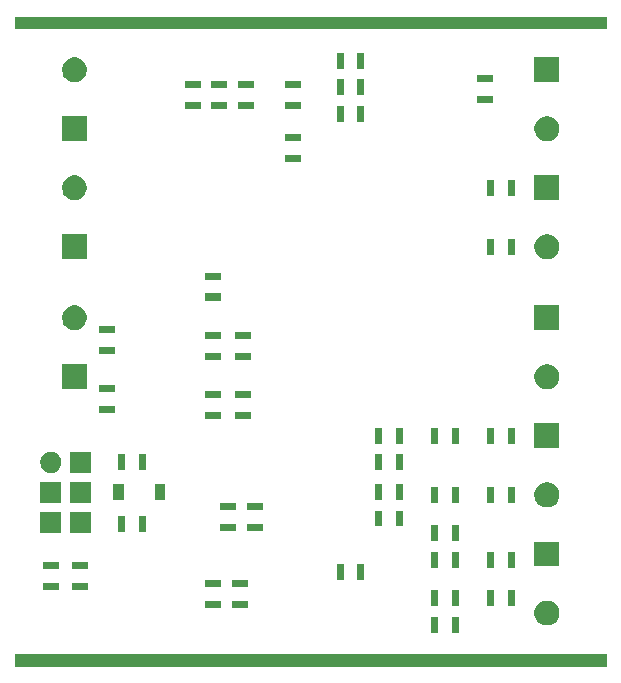
<source format=gbr>
G04 #@! TF.GenerationSoftware,KiCad,Pcbnew,(5.1.2-1)-1*
G04 #@! TF.CreationDate,2019-10-21T00:17:46+03:00*
G04 #@! TF.ProjectId,uaf0,75616630-2e6b-4696-9361-645f70636258,rev?*
G04 #@! TF.SameCoordinates,Original*
G04 #@! TF.FileFunction,Soldermask,Bot*
G04 #@! TF.FilePolarity,Negative*
%FSLAX46Y46*%
G04 Gerber Fmt 4.6, Leading zero omitted, Abs format (unit mm)*
G04 Created by KiCad (PCBNEW (5.1.2-1)-1) date 2019-10-21 00:17:46*
%MOMM*%
%LPD*%
G04 APERTURE LIST*
%ADD10C,0.100000*%
G04 APERTURE END LIST*
D10*
G36*
X95000000Y-42500000D02*
G01*
X45000000Y-42500000D01*
X45000000Y-41500000D01*
X95000000Y-41500000D01*
X95000000Y-42500000D01*
G37*
X95000000Y-42500000D02*
X45000000Y-42500000D01*
X45000000Y-41500000D01*
X95000000Y-41500000D01*
X95000000Y-42500000D01*
G36*
X95000000Y-96500000D02*
G01*
X45000000Y-96500000D01*
X45000000Y-95500000D01*
X95000000Y-95500000D01*
X95000000Y-96500000D01*
G37*
X95000000Y-96500000D02*
X45000000Y-96500000D01*
X45000000Y-95500000D01*
X95000000Y-95500000D01*
X95000000Y-96500000D01*
G36*
X82551000Y-93676000D02*
G01*
X81949000Y-93676000D01*
X81949000Y-92324000D01*
X82551000Y-92324000D01*
X82551000Y-93676000D01*
X82551000Y-93676000D01*
G37*
G36*
X80801000Y-93676000D02*
G01*
X80199000Y-93676000D01*
X80199000Y-92324000D01*
X80801000Y-92324000D01*
X80801000Y-93676000D01*
X80801000Y-93676000D01*
G37*
G36*
X90306564Y-90989389D02*
G01*
X90497833Y-91068615D01*
X90497835Y-91068616D01*
X90669973Y-91183635D01*
X90816365Y-91330027D01*
X90931385Y-91502167D01*
X91010611Y-91693436D01*
X91051000Y-91896484D01*
X91051000Y-92103516D01*
X91010611Y-92306564D01*
X90931385Y-92497833D01*
X90931384Y-92497835D01*
X90816365Y-92669973D01*
X90669973Y-92816365D01*
X90497835Y-92931384D01*
X90497834Y-92931385D01*
X90497833Y-92931385D01*
X90306564Y-93010611D01*
X90103516Y-93051000D01*
X89896484Y-93051000D01*
X89693436Y-93010611D01*
X89502167Y-92931385D01*
X89502166Y-92931385D01*
X89502165Y-92931384D01*
X89330027Y-92816365D01*
X89183635Y-92669973D01*
X89068616Y-92497835D01*
X89068615Y-92497833D01*
X88989389Y-92306564D01*
X88949000Y-92103516D01*
X88949000Y-91896484D01*
X88989389Y-91693436D01*
X89068615Y-91502167D01*
X89183635Y-91330027D01*
X89330027Y-91183635D01*
X89502165Y-91068616D01*
X89502167Y-91068615D01*
X89693436Y-90989389D01*
X89896484Y-90949000D01*
X90103516Y-90949000D01*
X90306564Y-90989389D01*
X90306564Y-90989389D01*
G37*
G36*
X64676000Y-91551000D02*
G01*
X63324000Y-91551000D01*
X63324000Y-90949000D01*
X64676000Y-90949000D01*
X64676000Y-91551000D01*
X64676000Y-91551000D01*
G37*
G36*
X62426000Y-91551000D02*
G01*
X61074000Y-91551000D01*
X61074000Y-90949000D01*
X62426000Y-90949000D01*
X62426000Y-91551000D01*
X62426000Y-91551000D01*
G37*
G36*
X87301000Y-91426000D02*
G01*
X86699000Y-91426000D01*
X86699000Y-90074000D01*
X87301000Y-90074000D01*
X87301000Y-91426000D01*
X87301000Y-91426000D01*
G37*
G36*
X85551000Y-91426000D02*
G01*
X84949000Y-91426000D01*
X84949000Y-90074000D01*
X85551000Y-90074000D01*
X85551000Y-91426000D01*
X85551000Y-91426000D01*
G37*
G36*
X82551000Y-91426000D02*
G01*
X81949000Y-91426000D01*
X81949000Y-90074000D01*
X82551000Y-90074000D01*
X82551000Y-91426000D01*
X82551000Y-91426000D01*
G37*
G36*
X80801000Y-91426000D02*
G01*
X80199000Y-91426000D01*
X80199000Y-90074000D01*
X80801000Y-90074000D01*
X80801000Y-91426000D01*
X80801000Y-91426000D01*
G37*
G36*
X51176000Y-90051000D02*
G01*
X49824000Y-90051000D01*
X49824000Y-89449000D01*
X51176000Y-89449000D01*
X51176000Y-90051000D01*
X51176000Y-90051000D01*
G37*
G36*
X48676000Y-90051000D02*
G01*
X47324000Y-90051000D01*
X47324000Y-89449000D01*
X48676000Y-89449000D01*
X48676000Y-90051000D01*
X48676000Y-90051000D01*
G37*
G36*
X64676000Y-89801000D02*
G01*
X63324000Y-89801000D01*
X63324000Y-89199000D01*
X64676000Y-89199000D01*
X64676000Y-89801000D01*
X64676000Y-89801000D01*
G37*
G36*
X62426000Y-89801000D02*
G01*
X61074000Y-89801000D01*
X61074000Y-89199000D01*
X62426000Y-89199000D01*
X62426000Y-89801000D01*
X62426000Y-89801000D01*
G37*
G36*
X74551000Y-89176000D02*
G01*
X73949000Y-89176000D01*
X73949000Y-87824000D01*
X74551000Y-87824000D01*
X74551000Y-89176000D01*
X74551000Y-89176000D01*
G37*
G36*
X72801000Y-89176000D02*
G01*
X72199000Y-89176000D01*
X72199000Y-87824000D01*
X72801000Y-87824000D01*
X72801000Y-89176000D01*
X72801000Y-89176000D01*
G37*
G36*
X48676000Y-88301000D02*
G01*
X47324000Y-88301000D01*
X47324000Y-87699000D01*
X48676000Y-87699000D01*
X48676000Y-88301000D01*
X48676000Y-88301000D01*
G37*
G36*
X51176000Y-88301000D02*
G01*
X49824000Y-88301000D01*
X49824000Y-87699000D01*
X51176000Y-87699000D01*
X51176000Y-88301000D01*
X51176000Y-88301000D01*
G37*
G36*
X80801000Y-88176000D02*
G01*
X80199000Y-88176000D01*
X80199000Y-86824000D01*
X80801000Y-86824000D01*
X80801000Y-88176000D01*
X80801000Y-88176000D01*
G37*
G36*
X87301000Y-88176000D02*
G01*
X86699000Y-88176000D01*
X86699000Y-86824000D01*
X87301000Y-86824000D01*
X87301000Y-88176000D01*
X87301000Y-88176000D01*
G37*
G36*
X85551000Y-88176000D02*
G01*
X84949000Y-88176000D01*
X84949000Y-86824000D01*
X85551000Y-86824000D01*
X85551000Y-88176000D01*
X85551000Y-88176000D01*
G37*
G36*
X82551000Y-88176000D02*
G01*
X81949000Y-88176000D01*
X81949000Y-86824000D01*
X82551000Y-86824000D01*
X82551000Y-88176000D01*
X82551000Y-88176000D01*
G37*
G36*
X91051000Y-88051000D02*
G01*
X88949000Y-88051000D01*
X88949000Y-85949000D01*
X91051000Y-85949000D01*
X91051000Y-88051000D01*
X91051000Y-88051000D01*
G37*
G36*
X80801000Y-85926000D02*
G01*
X80199000Y-85926000D01*
X80199000Y-84574000D01*
X80801000Y-84574000D01*
X80801000Y-85926000D01*
X80801000Y-85926000D01*
G37*
G36*
X82551000Y-85926000D02*
G01*
X81949000Y-85926000D01*
X81949000Y-84574000D01*
X82551000Y-84574000D01*
X82551000Y-85926000D01*
X82551000Y-85926000D01*
G37*
G36*
X48901000Y-85231000D02*
G01*
X47099000Y-85231000D01*
X47099000Y-83429000D01*
X48901000Y-83429000D01*
X48901000Y-85231000D01*
X48901000Y-85231000D01*
G37*
G36*
X51441000Y-85231000D02*
G01*
X49639000Y-85231000D01*
X49639000Y-83429000D01*
X51441000Y-83429000D01*
X51441000Y-85231000D01*
X51441000Y-85231000D01*
G37*
G36*
X54301000Y-85176000D02*
G01*
X53699000Y-85176000D01*
X53699000Y-83824000D01*
X54301000Y-83824000D01*
X54301000Y-85176000D01*
X54301000Y-85176000D01*
G37*
G36*
X56051000Y-85176000D02*
G01*
X55449000Y-85176000D01*
X55449000Y-83824000D01*
X56051000Y-83824000D01*
X56051000Y-85176000D01*
X56051000Y-85176000D01*
G37*
G36*
X65926000Y-85051000D02*
G01*
X64574000Y-85051000D01*
X64574000Y-84449000D01*
X65926000Y-84449000D01*
X65926000Y-85051000D01*
X65926000Y-85051000D01*
G37*
G36*
X63676000Y-85051000D02*
G01*
X62324000Y-85051000D01*
X62324000Y-84449000D01*
X63676000Y-84449000D01*
X63676000Y-85051000D01*
X63676000Y-85051000D01*
G37*
G36*
X76051000Y-84676000D02*
G01*
X75449000Y-84676000D01*
X75449000Y-83324000D01*
X76051000Y-83324000D01*
X76051000Y-84676000D01*
X76051000Y-84676000D01*
G37*
G36*
X77801000Y-84676000D02*
G01*
X77199000Y-84676000D01*
X77199000Y-83324000D01*
X77801000Y-83324000D01*
X77801000Y-84676000D01*
X77801000Y-84676000D01*
G37*
G36*
X63676000Y-83301000D02*
G01*
X62324000Y-83301000D01*
X62324000Y-82699000D01*
X63676000Y-82699000D01*
X63676000Y-83301000D01*
X63676000Y-83301000D01*
G37*
G36*
X65926000Y-83301000D02*
G01*
X64574000Y-83301000D01*
X64574000Y-82699000D01*
X65926000Y-82699000D01*
X65926000Y-83301000D01*
X65926000Y-83301000D01*
G37*
G36*
X90306564Y-80989389D02*
G01*
X90497833Y-81068615D01*
X90497835Y-81068616D01*
X90669973Y-81183635D01*
X90816365Y-81330027D01*
X90931385Y-81502167D01*
X91010611Y-81693436D01*
X91051000Y-81896484D01*
X91051000Y-82103516D01*
X91010611Y-82306564D01*
X90971494Y-82401000D01*
X90931384Y-82497835D01*
X90816365Y-82669973D01*
X90669973Y-82816365D01*
X90497835Y-82931384D01*
X90497834Y-82931385D01*
X90497833Y-82931385D01*
X90306564Y-83010611D01*
X90103516Y-83051000D01*
X89896484Y-83051000D01*
X89693436Y-83010611D01*
X89502167Y-82931385D01*
X89502166Y-82931385D01*
X89502165Y-82931384D01*
X89330027Y-82816365D01*
X89183635Y-82669973D01*
X89068616Y-82497835D01*
X89028506Y-82401000D01*
X88989389Y-82306564D01*
X88949000Y-82103516D01*
X88949000Y-81896484D01*
X88989389Y-81693436D01*
X89068615Y-81502167D01*
X89183635Y-81330027D01*
X89330027Y-81183635D01*
X89502165Y-81068616D01*
X89502167Y-81068615D01*
X89693436Y-80989389D01*
X89896484Y-80949000D01*
X90103516Y-80949000D01*
X90306564Y-80989389D01*
X90306564Y-80989389D01*
G37*
G36*
X51441000Y-82691000D02*
G01*
X49639000Y-82691000D01*
X49639000Y-80889000D01*
X51441000Y-80889000D01*
X51441000Y-82691000D01*
X51441000Y-82691000D01*
G37*
G36*
X48901000Y-82691000D02*
G01*
X47099000Y-82691000D01*
X47099000Y-80889000D01*
X48901000Y-80889000D01*
X48901000Y-82691000D01*
X48901000Y-82691000D01*
G37*
G36*
X82551000Y-82676000D02*
G01*
X81949000Y-82676000D01*
X81949000Y-81324000D01*
X82551000Y-81324000D01*
X82551000Y-82676000D01*
X82551000Y-82676000D01*
G37*
G36*
X87301000Y-82676000D02*
G01*
X86699000Y-82676000D01*
X86699000Y-81324000D01*
X87301000Y-81324000D01*
X87301000Y-82676000D01*
X87301000Y-82676000D01*
G37*
G36*
X85551000Y-82676000D02*
G01*
X84949000Y-82676000D01*
X84949000Y-81324000D01*
X85551000Y-81324000D01*
X85551000Y-82676000D01*
X85551000Y-82676000D01*
G37*
G36*
X80801000Y-82676000D02*
G01*
X80199000Y-82676000D01*
X80199000Y-81324000D01*
X80801000Y-81324000D01*
X80801000Y-82676000D01*
X80801000Y-82676000D01*
G37*
G36*
X77801000Y-82426000D02*
G01*
X77199000Y-82426000D01*
X77199000Y-81074000D01*
X77801000Y-81074000D01*
X77801000Y-82426000D01*
X77801000Y-82426000D01*
G37*
G36*
X76051000Y-82426000D02*
G01*
X75449000Y-82426000D01*
X75449000Y-81074000D01*
X76051000Y-81074000D01*
X76051000Y-82426000D01*
X76051000Y-82426000D01*
G37*
G36*
X57701000Y-82401000D02*
G01*
X56799000Y-82401000D01*
X56799000Y-81099000D01*
X57701000Y-81099000D01*
X57701000Y-82401000D01*
X57701000Y-82401000D01*
G37*
G36*
X54201000Y-82401000D02*
G01*
X53299000Y-82401000D01*
X53299000Y-81099000D01*
X54201000Y-81099000D01*
X54201000Y-82401000D01*
X54201000Y-82401000D01*
G37*
G36*
X48113512Y-78353927D02*
G01*
X48262812Y-78383624D01*
X48426784Y-78451544D01*
X48574354Y-78550147D01*
X48699853Y-78675646D01*
X48798456Y-78823216D01*
X48866376Y-78987188D01*
X48901000Y-79161259D01*
X48901000Y-79338741D01*
X48866376Y-79512812D01*
X48798456Y-79676784D01*
X48699853Y-79824354D01*
X48574354Y-79949853D01*
X48426784Y-80048456D01*
X48262812Y-80116376D01*
X48113512Y-80146073D01*
X48088742Y-80151000D01*
X47911258Y-80151000D01*
X47886488Y-80146073D01*
X47737188Y-80116376D01*
X47573216Y-80048456D01*
X47425646Y-79949853D01*
X47300147Y-79824354D01*
X47201544Y-79676784D01*
X47133624Y-79512812D01*
X47099000Y-79338741D01*
X47099000Y-79161259D01*
X47133624Y-78987188D01*
X47201544Y-78823216D01*
X47300147Y-78675646D01*
X47425646Y-78550147D01*
X47573216Y-78451544D01*
X47737188Y-78383624D01*
X47886488Y-78353927D01*
X47911258Y-78349000D01*
X48088742Y-78349000D01*
X48113512Y-78353927D01*
X48113512Y-78353927D01*
G37*
G36*
X51441000Y-80151000D02*
G01*
X49639000Y-80151000D01*
X49639000Y-78349000D01*
X51441000Y-78349000D01*
X51441000Y-80151000D01*
X51441000Y-80151000D01*
G37*
G36*
X76051000Y-79926000D02*
G01*
X75449000Y-79926000D01*
X75449000Y-78574000D01*
X76051000Y-78574000D01*
X76051000Y-79926000D01*
X76051000Y-79926000D01*
G37*
G36*
X56051000Y-79926000D02*
G01*
X55449000Y-79926000D01*
X55449000Y-78574000D01*
X56051000Y-78574000D01*
X56051000Y-79926000D01*
X56051000Y-79926000D01*
G37*
G36*
X77801000Y-79926000D02*
G01*
X77199000Y-79926000D01*
X77199000Y-78574000D01*
X77801000Y-78574000D01*
X77801000Y-79926000D01*
X77801000Y-79926000D01*
G37*
G36*
X54301000Y-79926000D02*
G01*
X53699000Y-79926000D01*
X53699000Y-78574000D01*
X54301000Y-78574000D01*
X54301000Y-79926000D01*
X54301000Y-79926000D01*
G37*
G36*
X91051000Y-78051000D02*
G01*
X88949000Y-78051000D01*
X88949000Y-75949000D01*
X91051000Y-75949000D01*
X91051000Y-78051000D01*
X91051000Y-78051000D01*
G37*
G36*
X85551000Y-77676000D02*
G01*
X84949000Y-77676000D01*
X84949000Y-76324000D01*
X85551000Y-76324000D01*
X85551000Y-77676000D01*
X85551000Y-77676000D01*
G37*
G36*
X87301000Y-77676000D02*
G01*
X86699000Y-77676000D01*
X86699000Y-76324000D01*
X87301000Y-76324000D01*
X87301000Y-77676000D01*
X87301000Y-77676000D01*
G37*
G36*
X82551000Y-77676000D02*
G01*
X81949000Y-77676000D01*
X81949000Y-76324000D01*
X82551000Y-76324000D01*
X82551000Y-77676000D01*
X82551000Y-77676000D01*
G37*
G36*
X80801000Y-77676000D02*
G01*
X80199000Y-77676000D01*
X80199000Y-76324000D01*
X80801000Y-76324000D01*
X80801000Y-77676000D01*
X80801000Y-77676000D01*
G37*
G36*
X77801000Y-77676000D02*
G01*
X77199000Y-77676000D01*
X77199000Y-76324000D01*
X77801000Y-76324000D01*
X77801000Y-77676000D01*
X77801000Y-77676000D01*
G37*
G36*
X76051000Y-77676000D02*
G01*
X75449000Y-77676000D01*
X75449000Y-76324000D01*
X76051000Y-76324000D01*
X76051000Y-77676000D01*
X76051000Y-77676000D01*
G37*
G36*
X62426000Y-75551000D02*
G01*
X61074000Y-75551000D01*
X61074000Y-74949000D01*
X62426000Y-74949000D01*
X62426000Y-75551000D01*
X62426000Y-75551000D01*
G37*
G36*
X64926000Y-75551000D02*
G01*
X63574000Y-75551000D01*
X63574000Y-74949000D01*
X64926000Y-74949000D01*
X64926000Y-75551000D01*
X64926000Y-75551000D01*
G37*
G36*
X53426000Y-75051000D02*
G01*
X52074000Y-75051000D01*
X52074000Y-74449000D01*
X53426000Y-74449000D01*
X53426000Y-75051000D01*
X53426000Y-75051000D01*
G37*
G36*
X64926000Y-73801000D02*
G01*
X63574000Y-73801000D01*
X63574000Y-73199000D01*
X64926000Y-73199000D01*
X64926000Y-73801000D01*
X64926000Y-73801000D01*
G37*
G36*
X62426000Y-73801000D02*
G01*
X61074000Y-73801000D01*
X61074000Y-73199000D01*
X62426000Y-73199000D01*
X62426000Y-73801000D01*
X62426000Y-73801000D01*
G37*
G36*
X53426000Y-73301000D02*
G01*
X52074000Y-73301000D01*
X52074000Y-72699000D01*
X53426000Y-72699000D01*
X53426000Y-73301000D01*
X53426000Y-73301000D01*
G37*
G36*
X51051000Y-73051000D02*
G01*
X48949000Y-73051000D01*
X48949000Y-70949000D01*
X51051000Y-70949000D01*
X51051000Y-73051000D01*
X51051000Y-73051000D01*
G37*
G36*
X90306564Y-70989389D02*
G01*
X90497833Y-71068615D01*
X90497835Y-71068616D01*
X90669973Y-71183635D01*
X90816365Y-71330027D01*
X90931385Y-71502167D01*
X91010611Y-71693436D01*
X91051000Y-71896484D01*
X91051000Y-72103516D01*
X91010611Y-72306564D01*
X90931385Y-72497833D01*
X90931384Y-72497835D01*
X90816365Y-72669973D01*
X90669973Y-72816365D01*
X90497835Y-72931384D01*
X90497834Y-72931385D01*
X90497833Y-72931385D01*
X90306564Y-73010611D01*
X90103516Y-73051000D01*
X89896484Y-73051000D01*
X89693436Y-73010611D01*
X89502167Y-72931385D01*
X89502166Y-72931385D01*
X89502165Y-72931384D01*
X89330027Y-72816365D01*
X89183635Y-72669973D01*
X89068616Y-72497835D01*
X89068615Y-72497833D01*
X88989389Y-72306564D01*
X88949000Y-72103516D01*
X88949000Y-71896484D01*
X88989389Y-71693436D01*
X89068615Y-71502167D01*
X89183635Y-71330027D01*
X89330027Y-71183635D01*
X89502165Y-71068616D01*
X89502167Y-71068615D01*
X89693436Y-70989389D01*
X89896484Y-70949000D01*
X90103516Y-70949000D01*
X90306564Y-70989389D01*
X90306564Y-70989389D01*
G37*
G36*
X62426000Y-70551000D02*
G01*
X61074000Y-70551000D01*
X61074000Y-69949000D01*
X62426000Y-69949000D01*
X62426000Y-70551000D01*
X62426000Y-70551000D01*
G37*
G36*
X64926000Y-70551000D02*
G01*
X63574000Y-70551000D01*
X63574000Y-69949000D01*
X64926000Y-69949000D01*
X64926000Y-70551000D01*
X64926000Y-70551000D01*
G37*
G36*
X53426000Y-70051000D02*
G01*
X52074000Y-70051000D01*
X52074000Y-69449000D01*
X53426000Y-69449000D01*
X53426000Y-70051000D01*
X53426000Y-70051000D01*
G37*
G36*
X62426000Y-68801000D02*
G01*
X61074000Y-68801000D01*
X61074000Y-68199000D01*
X62426000Y-68199000D01*
X62426000Y-68801000D01*
X62426000Y-68801000D01*
G37*
G36*
X64926000Y-68801000D02*
G01*
X63574000Y-68801000D01*
X63574000Y-68199000D01*
X64926000Y-68199000D01*
X64926000Y-68801000D01*
X64926000Y-68801000D01*
G37*
G36*
X53426000Y-68301000D02*
G01*
X52074000Y-68301000D01*
X52074000Y-67699000D01*
X53426000Y-67699000D01*
X53426000Y-68301000D01*
X53426000Y-68301000D01*
G37*
G36*
X91051000Y-68051000D02*
G01*
X88949000Y-68051000D01*
X88949000Y-65949000D01*
X91051000Y-65949000D01*
X91051000Y-68051000D01*
X91051000Y-68051000D01*
G37*
G36*
X50306564Y-65989389D02*
G01*
X50497833Y-66068615D01*
X50497835Y-66068616D01*
X50669973Y-66183635D01*
X50816365Y-66330027D01*
X50931385Y-66502167D01*
X51010611Y-66693436D01*
X51051000Y-66896484D01*
X51051000Y-67103516D01*
X51010611Y-67306564D01*
X50931385Y-67497833D01*
X50931384Y-67497835D01*
X50816365Y-67669973D01*
X50669973Y-67816365D01*
X50497835Y-67931384D01*
X50497834Y-67931385D01*
X50497833Y-67931385D01*
X50306564Y-68010611D01*
X50103516Y-68051000D01*
X49896484Y-68051000D01*
X49693436Y-68010611D01*
X49502167Y-67931385D01*
X49502166Y-67931385D01*
X49502165Y-67931384D01*
X49330027Y-67816365D01*
X49183635Y-67669973D01*
X49068616Y-67497835D01*
X49068615Y-67497833D01*
X48989389Y-67306564D01*
X48949000Y-67103516D01*
X48949000Y-66896484D01*
X48989389Y-66693436D01*
X49068615Y-66502167D01*
X49183635Y-66330027D01*
X49330027Y-66183635D01*
X49502165Y-66068616D01*
X49502167Y-66068615D01*
X49693436Y-65989389D01*
X49896484Y-65949000D01*
X50103516Y-65949000D01*
X50306564Y-65989389D01*
X50306564Y-65989389D01*
G37*
G36*
X62426000Y-65551000D02*
G01*
X61074000Y-65551000D01*
X61074000Y-64949000D01*
X62426000Y-64949000D01*
X62426000Y-65551000D01*
X62426000Y-65551000D01*
G37*
G36*
X62426000Y-63801000D02*
G01*
X61074000Y-63801000D01*
X61074000Y-63199000D01*
X62426000Y-63199000D01*
X62426000Y-63801000D01*
X62426000Y-63801000D01*
G37*
G36*
X90306564Y-59989389D02*
G01*
X90497833Y-60068615D01*
X90497835Y-60068616D01*
X90669973Y-60183635D01*
X90816365Y-60330027D01*
X90931385Y-60502167D01*
X91010611Y-60693436D01*
X91051000Y-60896484D01*
X91051000Y-61103516D01*
X91010611Y-61306564D01*
X90931385Y-61497833D01*
X90931384Y-61497835D01*
X90816365Y-61669973D01*
X90669973Y-61816365D01*
X90497835Y-61931384D01*
X90497834Y-61931385D01*
X90497833Y-61931385D01*
X90306564Y-62010611D01*
X90103516Y-62051000D01*
X89896484Y-62051000D01*
X89693436Y-62010611D01*
X89502167Y-61931385D01*
X89502166Y-61931385D01*
X89502165Y-61931384D01*
X89330027Y-61816365D01*
X89183635Y-61669973D01*
X89068616Y-61497835D01*
X89068615Y-61497833D01*
X88989389Y-61306564D01*
X88949000Y-61103516D01*
X88949000Y-60896484D01*
X88989389Y-60693436D01*
X89068615Y-60502167D01*
X89183635Y-60330027D01*
X89330027Y-60183635D01*
X89502165Y-60068616D01*
X89502167Y-60068615D01*
X89693436Y-59989389D01*
X89896484Y-59949000D01*
X90103516Y-59949000D01*
X90306564Y-59989389D01*
X90306564Y-59989389D01*
G37*
G36*
X51051000Y-62051000D02*
G01*
X48949000Y-62051000D01*
X48949000Y-59949000D01*
X51051000Y-59949000D01*
X51051000Y-62051000D01*
X51051000Y-62051000D01*
G37*
G36*
X85551000Y-61676000D02*
G01*
X84949000Y-61676000D01*
X84949000Y-60324000D01*
X85551000Y-60324000D01*
X85551000Y-61676000D01*
X85551000Y-61676000D01*
G37*
G36*
X87301000Y-61676000D02*
G01*
X86699000Y-61676000D01*
X86699000Y-60324000D01*
X87301000Y-60324000D01*
X87301000Y-61676000D01*
X87301000Y-61676000D01*
G37*
G36*
X91051000Y-57051000D02*
G01*
X88949000Y-57051000D01*
X88949000Y-54949000D01*
X91051000Y-54949000D01*
X91051000Y-57051000D01*
X91051000Y-57051000D01*
G37*
G36*
X50306564Y-54989389D02*
G01*
X50497833Y-55068615D01*
X50497835Y-55068616D01*
X50669973Y-55183635D01*
X50816365Y-55330027D01*
X50931385Y-55502167D01*
X51010611Y-55693436D01*
X51051000Y-55896484D01*
X51051000Y-56103516D01*
X51010611Y-56306564D01*
X50931385Y-56497833D01*
X50931384Y-56497835D01*
X50816365Y-56669973D01*
X50669973Y-56816365D01*
X50497835Y-56931384D01*
X50497834Y-56931385D01*
X50497833Y-56931385D01*
X50306564Y-57010611D01*
X50103516Y-57051000D01*
X49896484Y-57051000D01*
X49693436Y-57010611D01*
X49502167Y-56931385D01*
X49502166Y-56931385D01*
X49502165Y-56931384D01*
X49330027Y-56816365D01*
X49183635Y-56669973D01*
X49068616Y-56497835D01*
X49068615Y-56497833D01*
X48989389Y-56306564D01*
X48949000Y-56103516D01*
X48949000Y-55896484D01*
X48989389Y-55693436D01*
X49068615Y-55502167D01*
X49183635Y-55330027D01*
X49330027Y-55183635D01*
X49502165Y-55068616D01*
X49502167Y-55068615D01*
X49693436Y-54989389D01*
X49896484Y-54949000D01*
X50103516Y-54949000D01*
X50306564Y-54989389D01*
X50306564Y-54989389D01*
G37*
G36*
X87301000Y-56676000D02*
G01*
X86699000Y-56676000D01*
X86699000Y-55324000D01*
X87301000Y-55324000D01*
X87301000Y-56676000D01*
X87301000Y-56676000D01*
G37*
G36*
X85551000Y-56676000D02*
G01*
X84949000Y-56676000D01*
X84949000Y-55324000D01*
X85551000Y-55324000D01*
X85551000Y-56676000D01*
X85551000Y-56676000D01*
G37*
G36*
X69176000Y-53801000D02*
G01*
X67824000Y-53801000D01*
X67824000Y-53199000D01*
X69176000Y-53199000D01*
X69176000Y-53801000D01*
X69176000Y-53801000D01*
G37*
G36*
X90306564Y-49989389D02*
G01*
X90497833Y-50068615D01*
X90497835Y-50068616D01*
X90669973Y-50183635D01*
X90816365Y-50330027D01*
X90931385Y-50502167D01*
X91010611Y-50693436D01*
X91051000Y-50896484D01*
X91051000Y-51103516D01*
X91010611Y-51306564D01*
X90951612Y-51449000D01*
X90931384Y-51497835D01*
X90816365Y-51669973D01*
X90669973Y-51816365D01*
X90497835Y-51931384D01*
X90497834Y-51931385D01*
X90497833Y-51931385D01*
X90306564Y-52010611D01*
X90103516Y-52051000D01*
X89896484Y-52051000D01*
X89693436Y-52010611D01*
X89502167Y-51931385D01*
X89502166Y-51931385D01*
X89502165Y-51931384D01*
X89330027Y-51816365D01*
X89183635Y-51669973D01*
X89068616Y-51497835D01*
X89048388Y-51449000D01*
X88989389Y-51306564D01*
X88949000Y-51103516D01*
X88949000Y-50896484D01*
X88989389Y-50693436D01*
X89068615Y-50502167D01*
X89183635Y-50330027D01*
X89330027Y-50183635D01*
X89502165Y-50068616D01*
X89502167Y-50068615D01*
X89693436Y-49989389D01*
X89896484Y-49949000D01*
X90103516Y-49949000D01*
X90306564Y-49989389D01*
X90306564Y-49989389D01*
G37*
G36*
X69176000Y-52051000D02*
G01*
X67824000Y-52051000D01*
X67824000Y-51449000D01*
X69176000Y-51449000D01*
X69176000Y-52051000D01*
X69176000Y-52051000D01*
G37*
G36*
X51051000Y-52051000D02*
G01*
X48949000Y-52051000D01*
X48949000Y-49949000D01*
X51051000Y-49949000D01*
X51051000Y-52051000D01*
X51051000Y-52051000D01*
G37*
G36*
X72801000Y-50426000D02*
G01*
X72199000Y-50426000D01*
X72199000Y-49074000D01*
X72801000Y-49074000D01*
X72801000Y-50426000D01*
X72801000Y-50426000D01*
G37*
G36*
X74551000Y-50426000D02*
G01*
X73949000Y-50426000D01*
X73949000Y-49074000D01*
X74551000Y-49074000D01*
X74551000Y-50426000D01*
X74551000Y-50426000D01*
G37*
G36*
X69176000Y-49301000D02*
G01*
X67824000Y-49301000D01*
X67824000Y-48699000D01*
X69176000Y-48699000D01*
X69176000Y-49301000D01*
X69176000Y-49301000D01*
G37*
G36*
X65176000Y-49301000D02*
G01*
X63824000Y-49301000D01*
X63824000Y-48699000D01*
X65176000Y-48699000D01*
X65176000Y-49301000D01*
X65176000Y-49301000D01*
G37*
G36*
X62926000Y-49301000D02*
G01*
X61574000Y-49301000D01*
X61574000Y-48699000D01*
X62926000Y-48699000D01*
X62926000Y-49301000D01*
X62926000Y-49301000D01*
G37*
G36*
X60676000Y-49301000D02*
G01*
X59324000Y-49301000D01*
X59324000Y-48699000D01*
X60676000Y-48699000D01*
X60676000Y-49301000D01*
X60676000Y-49301000D01*
G37*
G36*
X85426000Y-48801000D02*
G01*
X84074000Y-48801000D01*
X84074000Y-48199000D01*
X85426000Y-48199000D01*
X85426000Y-48801000D01*
X85426000Y-48801000D01*
G37*
G36*
X72801000Y-48176000D02*
G01*
X72199000Y-48176000D01*
X72199000Y-46824000D01*
X72801000Y-46824000D01*
X72801000Y-48176000D01*
X72801000Y-48176000D01*
G37*
G36*
X74551000Y-48176000D02*
G01*
X73949000Y-48176000D01*
X73949000Y-46824000D01*
X74551000Y-46824000D01*
X74551000Y-48176000D01*
X74551000Y-48176000D01*
G37*
G36*
X65176000Y-47551000D02*
G01*
X63824000Y-47551000D01*
X63824000Y-46949000D01*
X65176000Y-46949000D01*
X65176000Y-47551000D01*
X65176000Y-47551000D01*
G37*
G36*
X69176000Y-47551000D02*
G01*
X67824000Y-47551000D01*
X67824000Y-46949000D01*
X69176000Y-46949000D01*
X69176000Y-47551000D01*
X69176000Y-47551000D01*
G37*
G36*
X60676000Y-47551000D02*
G01*
X59324000Y-47551000D01*
X59324000Y-46949000D01*
X60676000Y-46949000D01*
X60676000Y-47551000D01*
X60676000Y-47551000D01*
G37*
G36*
X62926000Y-47551000D02*
G01*
X61574000Y-47551000D01*
X61574000Y-46949000D01*
X62926000Y-46949000D01*
X62926000Y-47551000D01*
X62926000Y-47551000D01*
G37*
G36*
X85426000Y-47051000D02*
G01*
X84074000Y-47051000D01*
X84074000Y-46449000D01*
X85426000Y-46449000D01*
X85426000Y-47051000D01*
X85426000Y-47051000D01*
G37*
G36*
X50306564Y-44989389D02*
G01*
X50497833Y-45068615D01*
X50497835Y-45068616D01*
X50669973Y-45183635D01*
X50816365Y-45330027D01*
X50931385Y-45502167D01*
X51010611Y-45693436D01*
X51051000Y-45896484D01*
X51051000Y-46103516D01*
X51010611Y-46306564D01*
X50951612Y-46449000D01*
X50931384Y-46497835D01*
X50816365Y-46669973D01*
X50669973Y-46816365D01*
X50497835Y-46931384D01*
X50497834Y-46931385D01*
X50497833Y-46931385D01*
X50306564Y-47010611D01*
X50103516Y-47051000D01*
X49896484Y-47051000D01*
X49693436Y-47010611D01*
X49502167Y-46931385D01*
X49502166Y-46931385D01*
X49502165Y-46931384D01*
X49330027Y-46816365D01*
X49183635Y-46669973D01*
X49068616Y-46497835D01*
X49048388Y-46449000D01*
X48989389Y-46306564D01*
X48949000Y-46103516D01*
X48949000Y-45896484D01*
X48989389Y-45693436D01*
X49068615Y-45502167D01*
X49183635Y-45330027D01*
X49330027Y-45183635D01*
X49502165Y-45068616D01*
X49502167Y-45068615D01*
X49693436Y-44989389D01*
X49896484Y-44949000D01*
X50103516Y-44949000D01*
X50306564Y-44989389D01*
X50306564Y-44989389D01*
G37*
G36*
X91051000Y-47051000D02*
G01*
X88949000Y-47051000D01*
X88949000Y-44949000D01*
X91051000Y-44949000D01*
X91051000Y-47051000D01*
X91051000Y-47051000D01*
G37*
G36*
X74551000Y-45926000D02*
G01*
X73949000Y-45926000D01*
X73949000Y-44574000D01*
X74551000Y-44574000D01*
X74551000Y-45926000D01*
X74551000Y-45926000D01*
G37*
G36*
X72801000Y-45926000D02*
G01*
X72199000Y-45926000D01*
X72199000Y-44574000D01*
X72801000Y-44574000D01*
X72801000Y-45926000D01*
X72801000Y-45926000D01*
G37*
M02*

</source>
